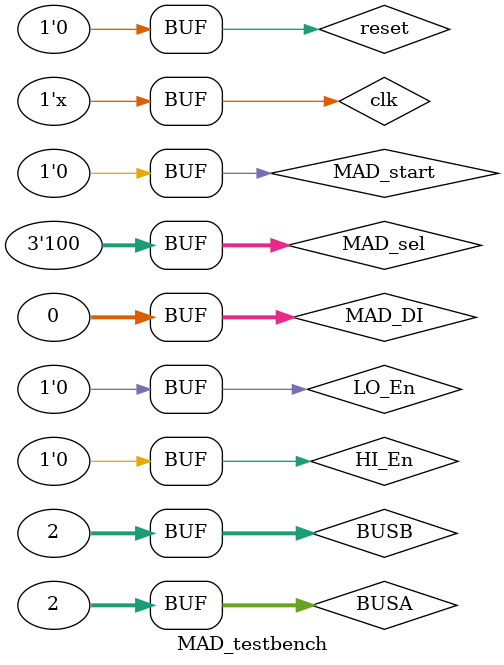
<source format=v>
`timescale 1ns / 1ps


module MAD_testbench;

	// Inputs
	reg reset;
	reg clk;
	reg MAD_start;
	reg HI_En;
	reg LO_En;
	reg [31:0] BUSA;
	reg [31:0] BUSB;
	reg [31:0] MAD_DI;
	reg [2:0] MAD_sel;

	// Outputs
	wire [4:0] Busy;
	wire [31:0] BUS_HI;
	wire [31:0] BUS_LO;

	// Instantiate the Unit Under Test (UUT)
	MAD uut (
		.reset(reset), 
		.clk(clk), 
		.MAD_start(MAD_start), 
		.HI_En(HI_En), 
		.LO_En(LO_En), 
		.BUSA(BUSA), 
		.BUSB(BUSB), 
		.MAD_DI(MAD_DI), 
		.MAD_sel(MAD_sel), 
		.Busy(Busy), 
		.BUS_HI(BUS_HI), 
		.BUS_LO(BUS_LO)
	);

	initial begin
		// Initialize Inputs
		reset = 1;
		clk = 0;
		MAD_start = 0;
		HI_En = 0;
		LO_En = 0;
		BUSA = 0;
		BUSB = 0;
		MAD_DI = 0;
		MAD_sel = 0;

		// Wait 100 ns for global reset to finish
		#100;
      reset=0;
		MAD_start=1;
		// Add stimulus here
		//madd²âÊÔ
		//ÕýÊý+ÕýÊý
		BUSA=2;BUSB=2;
		MAD_sel=3'd0;
		#10
		MAD_start=0;
		#60
		
		//ÕýÊý+¸ºÊý
		MAD_start=1;
		BUSA=2;BUSB=2;
		MAD_sel=3'd4;
		#10
		MAD_start=0;
	end
      always #5 clk=~clk;
endmodule


</source>
